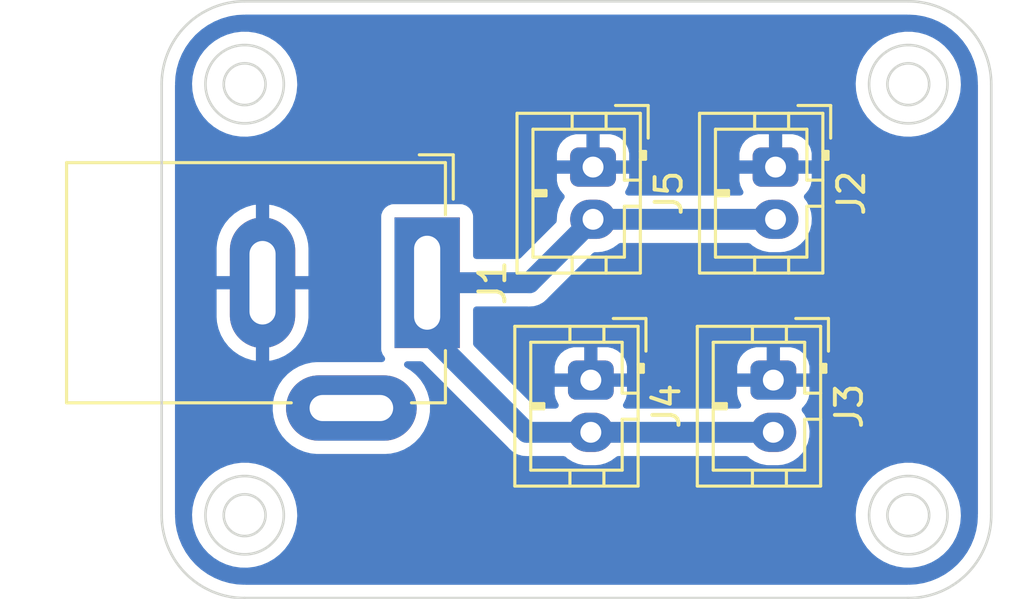
<source format=kicad_pcb>
(kicad_pcb (version 20211014) (generator pcbnew)
  (layers (0 "F.Cu" signal) (31 "B.Cu" signal) (34 "B.Paste" user) (35 "F.Paste" user) (36 "B.SilkS" user "B.Silkscreen") (37 "F.SilkS" user "F.Silkscreen") (38 "B.Mask" user) (39 "F.Mask" user) (44 "Edge.Cuts" user))
  (net 0 "")
  (net 1 "GND")
  (net 2 "Net-(J1-Pad1)")
  (footprint "Connector_JST:JST_PH_B2B-PH-K_1x02_P2.00mm_Vertical" (layer "F.Cu") (at 112.395 63.5 -90)
    (fp_text reference "J2" (at 1 -2.9 90) (layer "F.SilkS"))
    (fp_text value "Conn_01x02")
    (fp_line (start 4.06 2.91) (end 4.06 -1.81) (layer "F.SilkS") (width 0.12))
    (fp_line (start 0.5 -1.2) (end -1.45 -1.2) (layer "F.SilkS") (width 0.12))
    (fp_line (start -0.3 -2.01) (end -0.6 -2.01) (layer "F.SilkS") (width 0.12))
    (fp_line (start -1.45 -1.2) (end -1.45 2.3) (layer "F.SilkS") (width 0.12))
    (fp_line (start 0.9 1.8) (end 1.1 1.8) (layer "F.SilkS") (width 0.12))
    (fp_line (start -2.06 -1.81) (end -2.06 2.91) (layer "F.SilkS") (width 0.12))
    (fp_line (start 3.45 2.3) (end 3.45 -1.2) (layer "F.SilkS") (width 0.12))
    (fp_line (start -0.3 -1.91) (end -0.6 -1.91) (layer "F.SilkS") (width 0.12))
    (fp_line (start -0.6 -2.01) (end -0.6 -1.81) (layer "F.SilkS") (width 0.12))
    (fp_line (start 0.5 -1.81) (end 0.5 -1.2) (layer "F.SilkS") (width 0.12))
    (fp_line (start -2.06 2.91) (end 4.06 2.91) (layer "F.SilkS") (width 0.12))
    (fp_line (start 1.5 -1.2) (end 1.5 -1.81) (layer "F.SilkS") (width 0.12))
    (fp_line (start -1.45 2.3) (end 3.45 2.3) (layer "F.SilkS") (width 0.12))
    (fp_line (start -1.11 -2.11) (end -2.36 -2.11) (layer "F.SilkS") (width 0.12))
    (fp_line (start -2.06 -0.5) (end -1.45 -0.5) (layer "F.SilkS") (width 0.12))
    (fp_line (start 1.1 1.8) (end 1.1 2.3) (layer "F.SilkS") (width 0.12))
    (fp_line (start 4.06 -0.5) (end 3.45 -0.5) (layer "F.SilkS") (width 0.12))
    (fp_line (start 3.45 -1.2) (end 1.5 -1.2) (layer "F.SilkS") (width 0.12))
    (fp_line (start -2.36 -2.11) (end -2.36 -0.86) (layer "F.SilkS") (width 0.12))
    (fp_line (start 0.9 2.3) (end 0.9 1.8) (layer "F.SilkS") (width 0.12))
    (fp_line (start 4.06 -1.81) (end -2.06 -1.81) (layer "F.SilkS") (width 0.12))
    (fp_line (start -0.3 -1.81) (end -0.3 -2.01) (layer "F.SilkS") (width 0.12))
    (fp_line (start 1 2.3) (end 1 1.8) (layer "F.SilkS") (width 0.12))
    (fp_line (start 4.06 0.8) (end 3.45 0.8) (layer "F.SilkS") (width 0.12))
    (fp_line (start -2.06 0.8) (end -1.45 0.8) (layer "F.SilkS") (width 0.12))
    (pad "1" thru_hole roundrect (at 0 0 270) (size 1.5 1.75) (drill 0.8) (layers *.Cu *.Mask) (roundrect_rratio 0.208333) (net 1 "GND"))
    (pad "2" thru_hole oval (at 2 0 270) (size 1.5 1.75) (drill 0.8) (layers *.Cu *.Mask) (net 2 "Net-(J1-Pad1)"))
  )
  (footprint "Connector_BarrelJack:BarrelJack_GCT_DCJ200-10-A_Horizontal" (layer "F.Cu") (at 99.06 67.93 -90)
    (fp_text reference "J1" (at 0 -2.5 90) (layer "F.SilkS"))
    (fp_text value "Barrel_Jack_MountingPin")
    (fp_line (start -3.2 -1) (end -4.9 -1) (layer "F.SilkS") (width 0.12))
    (fp_line (start -4.6 -0.7) (end -2.6 -0.7) (layer "F.SilkS") (width 0.12))
    (fp_line (start -4.9 -1) (end -4.9 0.3) (layer "F.SilkS") (width 0.12))
    (fp_line (start -4.6 13.8) (end -4.6 -0.7) (layer "F.SilkS") (width 0.12))
    (fp_line (start 4.6 -0.7) (end 4.6 0.6) (layer "F.SilkS") (width 0.12))
    (fp_line (start 4.6 13.8) (end -4.6 13.8) (layer "F.SilkS") (width 0.12))
    (fp_line (start 2.6 -0.7) (end 4.6 -0.7) (layer "F.SilkS") (width 0.12))
    (fp_line (start 4.6 5.2) (end 4.6 13.8) (layer "F.SilkS") (width 0.12))
    (pad "1" thru_hole rect (at 0 0 270) (size 5 2.5) (drill oval 3.6 1) (layers *.Cu *.Mask) (net 2 "Net-(J1-Pad1)"))
    (pad "2" thru_hole oval (at 0 6.3 270) (size 5 2.5) (drill oval 3.2 1) (layers *.Cu *.Mask) (net 1 "GND"))
    (pad "3" thru_hole oval (at 4.8 2.9 270) (size 2.5 5) (drill oval 1 3.2) (layers *.Cu *.Mask))
  )
  (footprint "Connector_JST:JST_PH_B2B-PH-K_1x02_P2.00mm_Vertical" (layer "F.Cu") (at 112.31 71.66 -90)
    (fp_text reference "J3" (at 1 -2.9 90) (layer "F.SilkS"))
    (fp_text value "Conn_01x02")
    (fp_line (start -2.06 0.8) (end -1.45 0.8) (layer "F.SilkS") (width 0.12))
    (fp_line (start 4.06 0.8) (end 3.45 0.8) (layer "F.SilkS") (width 0.12))
    (fp_line (start -2.06 -1.81) (end -2.06 2.91) (layer "F.SilkS") (width 0.12))
    (fp_line (start -2.06 -0.5) (end -1.45 -0.5) (layer "F.SilkS") (width 0.12))
    (fp_line (start -2.06 2.91) (end 4.06 2.91) (layer "F.SilkS") (width 0.12))
    (fp_line (start 4.06 -0.5) (end 3.45 -0.5) (layer "F.SilkS") (width 0.12))
    (fp_line (start -0.3 -1.81) (end -0.3 -2.01) (layer "F.SilkS") (width 0.12))
    (fp_line (start 0.5 -1.2) (end -1.45 -1.2) (layer "F.SilkS") (width 0.12))
    (fp_line (start 1.1 1.8) (end 1.1 2.3) (layer "F.SilkS") (width 0.12))
    (fp_line (start 1.5 -1.2) (end 1.5 -1.81) (layer "F.SilkS") (width 0.12))
    (fp_line (start 0.9 1.8) (end 1.1 1.8) (layer "F.SilkS") (width 0.12))
    (fp_line (start -0.3 -2.01) (end -0.6 -2.01) (layer "F.SilkS") (width 0.12))
    (fp_line (start 1 2.3) (end 1 1.8) (layer "F.SilkS") (width 0.12))
    (fp_line (start 4.06 -1.81) (end -2.06 -1.81) (layer "F.SilkS") (width 0.12))
    (fp_line (start 3.45 -1.2) (end 1.5 -1.2) (layer "F.SilkS") (width 0.12))
    (fp_line (start -1.45 2.3) (end 3.45 2.3) (layer "F.SilkS") (width 0.12))
    (fp_line (start -0.3 -1.91) (end -0.6 -1.91) (layer "F.SilkS") (width 0.12))
    (fp_line (start -0.6 -2.01) (end -0.6 -1.81) (layer "F.SilkS") (width 0.12))
    (fp_line (start -2.36 -2.11) (end -2.36 -0.86) (layer "F.SilkS") (width 0.12))
    (fp_line (start 3.45 2.3) (end 3.45 -1.2) (layer "F.SilkS") (width 0.12))
    (fp_line (start 4.06 2.91) (end 4.06 -1.81) (layer "F.SilkS") (width 0.12))
    (fp_line (start -1.45 -1.2) (end -1.45 2.3) (layer "F.SilkS") (width 0.12))
    (fp_line (start -1.11 -2.11) (end -2.36 -2.11) (layer "F.SilkS") (width 0.12))
    (fp_line (start 0.5 -1.81) (end 0.5 -1.2) (layer "F.SilkS") (width 0.12))
    (fp_line (start 0.9 2.3) (end 0.9 1.8) (layer "F.SilkS") (width 0.12))
    (pad "1" thru_hole roundrect (at 0 0 270) (size 1.5 1.75) (drill 0.8) (layers *.Cu *.Mask) (roundrect_rratio 0.208333) (net 1 "GND"))
    (pad "2" thru_hole oval (at 2 0 270) (size 1.5 1.75) (drill 0.8) (layers *.Cu *.Mask) (net 2 "Net-(J1-Pad1)"))
  )
  (footprint "Connector_JST:JST_PH_B2B-PH-K_1x02_P2.00mm_Vertical" (layer "F.Cu") (at 105.325 71.66 -90)
    (fp_text reference "J4" (at 1 -2.9 90) (layer "F.SilkS"))
    (fp_text value "Conn_01x02")
    (fp_line (start -2.06 0.8) (end -1.45 0.8) (layer "F.SilkS") (width 0.12))
    (fp_line (start -1.45 2.3) (end 3.45 2.3) (layer "F.SilkS") (width 0.12))
    (fp_line (start 4.06 -0.5) (end 3.45 -0.5) (layer "F.SilkS") (width 0.12))
    (fp_line (start 0.5 -1.81) (end 0.5 -1.2) (layer "F.SilkS") (width 0.12))
    (fp_line (start -0.6 -2.01) (end -0.6 -1.81) (layer "F.SilkS") (width 0.12))
    (fp_line (start 0.9 1.8) (end 1.1 1.8) (layer "F.SilkS") (width 0.12))
    (fp_line (start -2.36 -2.11) (end -2.36 -0.86) (layer "F.SilkS") (width 0.12))
    (fp_line (start -1.45 -1.2) (end -1.45 2.3) (layer "F.SilkS") (width 0.12))
    (fp_line (start 0.9 2.3) (end 0.9 1.8) (layer "F.SilkS") (width 0.12))
    (fp_line (start 1.5 -1.2) (end 1.5 -1.81) (layer "F.SilkS") (width 0.12))
    (fp_line (start -0.3 -1.91) (end -0.6 -1.91) (layer "F.SilkS") (width 0.12))
    (fp_line (start 0.5 -1.2) (end -1.45 -1.2) (layer "F.SilkS") (width 0.12))
    (fp_line (start -1.11 -2.11) (end -2.36 -2.11) (layer "F.SilkS") (width 0.12))
    (fp_line (start -2.06 -0.5) (end -1.45 -0.5) (layer "F.SilkS") (width 0.12))
    (fp_line (start 4.06 -1.81) (end -2.06 -1.81) (layer "F.SilkS") (width 0.12))
    (fp_line (start -0.3 -2.01) (end -0.6 -2.01) (layer "F.SilkS") (width 0.12))
    (fp_line (start 1 2.3) (end 1 1.8) (layer "F.SilkS") (width 0.12))
    (fp_line (start 4.06 2.91) (end 4.06 -1.81) (layer "F.SilkS") (width 0.12))
    (fp_line (start 3.45 2.3) (end 3.45 -1.2) (layer "F.SilkS") (width 0.12))
    (fp_line (start -2.06 2.91) (end 4.06 2.91) (layer "F.SilkS") (width 0.12))
    (fp_line (start -2.06 -1.81) (end -2.06 2.91) (layer "F.SilkS") (width 0.12))
    (fp_line (start -0.3 -1.81) (end -0.3 -2.01) (layer "F.SilkS") (width 0.12))
    (fp_line (start 4.06 0.8) (end 3.45 0.8) (layer "F.SilkS") (width 0.12))
    (fp_line (start 3.45 -1.2) (end 1.5 -1.2) (layer "F.SilkS") (width 0.12))
    (fp_line (start 1.1 1.8) (end 1.1 2.3) (layer "F.SilkS") (width 0.12))
    (pad "1" thru_hole roundrect (at 0 0 270) (size 1.5 1.75) (drill 0.8) (layers *.Cu *.Mask) (roundrect_rratio 0.208333) (net 1 "GND"))
    (pad "2" thru_hole oval (at 2 0 270) (size 1.5 1.75) (drill 0.8) (layers *.Cu *.Mask) (net 2 "Net-(J1-Pad1)"))
  )
  (footprint "Connector_JST:JST_PH_B2B-PH-K_1x02_P2.00mm_Vertical" (layer "F.Cu") (at 105.41 63.5 -90)
    (fp_text reference "J5" (at 1 -2.9 90) (layer "F.SilkS"))
    (fp_text value "Conn_01x02")
    (fp_line (start 0.5 -1.2) (end -1.45 -1.2) (layer "F.SilkS") (width 0.12))
    (fp_line (start -0.3 -2.01) (end -0.6 -2.01) (layer "F.SilkS") (width 0.12))
    (fp_line (start 4.06 -1.81) (end -2.06 -1.81) (layer "F.SilkS") (width 0.12))
    (fp_line (start 4.06 -0.5) (end 3.45 -0.5) (layer "F.SilkS") (width 0.12))
    (fp_line (start 3.45 -1.2) (end 1.5 -1.2) (layer "F.SilkS") (width 0.12))
    (fp_line (start -0.3 -1.81) (end -0.3 -2.01) (layer "F.SilkS") (width 0.12))
    (fp_line (start -2.06 0.8) (end -1.45 0.8) (layer "F.SilkS") (width 0.12))
    (fp_line (start 3.45 2.3) (end 3.45 -1.2) (layer "F.SilkS") (width 0.12))
    (fp_line (start 0.5 -1.81) (end 0.5 -1.2) (layer "F.SilkS") (width 0.12))
    (fp_line (start 4.06 2.91) (end 4.06 -1.81) (layer "F.SilkS") (width 0.12))
    (fp_line (start -1.45 2.3) (end 3.45 2.3) (layer "F.SilkS") (width 0.12))
    (fp_line (start -2.06 -1.81) (end -2.06 2.91) (layer "F.SilkS") (width 0.12))
    (fp_line (start -1.45 -1.2) (end -1.45 2.3) (layer "F.SilkS") (width 0.12))
    (fp_line (start 0.9 2.3) (end 0.9 1.8) (layer "F.SilkS") (width 0.12))
    (fp_line (start 1.5 -1.2) (end 1.5 -1.81) (layer "F.SilkS") (width 0.12))
    (fp_line (start 1.1 1.8) (end 1.1 2.3) (layer "F.SilkS") (width 0.12))
    (fp_line (start 1 2.3) (end 1 1.8) (layer "F.SilkS") (width 0.12))
    (fp_line (start -2.36 -2.11) (end -2.36 -0.86) (layer "F.SilkS") (width 0.12))
    (fp_line (start 0.9 1.8) (end 1.1 1.8) (layer "F.SilkS") (width 0.12))
    (fp_line (start -1.11 -2.11) (end -2.36 -2.11) (layer "F.SilkS") (width 0.12))
    (fp_line (start -0.3 -1.91) (end -0.6 -1.91) (layer "F.SilkS") (width 0.12))
    (fp_line (start -2.06 -0.5) (end -1.45 -0.5) (layer "F.SilkS") (width 0.12))
    (fp_line (start -0.6 -2.01) (end -0.6 -1.81) (layer "F.SilkS") (width 0.12))
    (fp_line (start 4.06 0.8) (end 3.45 0.8) (layer "F.SilkS") (width 0.12))
    (fp_line (start -2.06 2.91) (end 4.06 2.91) (layer "F.SilkS") (width 0.12))
    (pad "1" thru_hole roundrect (at 0 0 270) (size 1.5 1.75) (drill 0.8) (layers *.Cu *.Mask) (roundrect_rratio 0.208333) (net 1 "GND"))
    (pad "2" thru_hole oval (at 2 0 270) (size 1.5 1.75) (drill 0.8) (layers *.Cu *.Mask) (net 2 "Net-(J1-Pad1)"))
  )
  (gr_circle (center 117.475 60.325) (end 118.275 60.325) (layer "Edge.Cuts") (width 0.1) (fill none))
  (gr_circle (center 117.475 60.325) (end 118.975 60.325) (layer "Edge.Cuts") (width 0.1) (fill none))
  (gr_circle (center 117.475 76.835) (end 118.975 76.835) (layer "Edge.Cuts") (width 0.1) (fill none))
  (gr_circle (center 92.075 76.835) (end 93.575 76.835) (layer "Edge.Cuts") (width 0.1) (fill none))
  (gr_circle (center 92.075 60.325) (end 93.575 60.325) (layer "Edge.Cuts") (width 0.1) (fill none))
  (gr_line (start 120.65 76.835) (end 120.65 60.325) (layer "Edge.Cuts") (width 0.1))
  (gr_circle (center 117.475 76.835) (end 118.275 76.835) (layer "Edge.Cuts") (width 0.1) (fill none))
  (gr_arc (start 117.475 57.15) (mid 119.720064 58.079936) (end 120.65 60.325) (layer "Edge.Cuts") (width 0.1))
  (gr_arc (start 92.075 80.01) (mid 89.829936 79.080064) (end 88.9 76.835) (layer "Edge.Cuts") (width 0.1))
  (gr_line (start 117.475 80.01) (end 92.075 80.01) (layer "Edge.Cuts") (width 0.1))
  (gr_line (start 117.475 57.15) (end 92.075 57.15) (layer "Edge.Cuts") (width 0.1))
  (gr_arc (start 120.65 76.835) (mid 119.720064 79.080064) (end 117.475 80.01) (layer "Edge.Cuts") (width 0.1))
  (gr_arc (start 88.9 60.325) (mid 89.829936 58.079936) (end 92.075 57.15) (layer "Edge.Cuts") (width 0.1))
  (gr_circle (center 92.075 76.835) (end 92.875 76.835) (layer "Edge.Cuts") (width 0.1) (fill none))
  (gr_circle (center 92.075 60.325) (end 92.875 60.325) (layer "Edge.Cuts") (width 0.1) (fill none))
  (gr_line (start 88.9 60.325) (end 88.9 76.835) (layer "Edge.Cuts") (width 0.1))
  (segment (start 99.06 67.93) (end 99.06 69.215) (width 0.25) (layer "F.Cu") (net 2))
  (segment (start 99.06 67.93) (end 99.06 66.675) (width 0.25) (layer "F.Cu") (net 2))
  (segment (start 105.325 73.66) (end 112.31 73.66) (width 0.8) (layer "B.Cu") (net 2))
  (segment (start 102.98 67.93) (end 105.41 65.5) (width 0.8) (layer "B.Cu") (net 2))
  (segment (start 105.41 65.5) (end 112.395 65.5) (width 0.8) (layer "B.Cu") (net 2))
  (segment (start 102.87 73.66) (end 105.325 73.66) (width 0.8) (layer "B.Cu") (net 2))
  (segment (start 99.06 67.93) (end 102.98 67.93) (width 0.8) (layer "B.Cu") (net 2))
  (segment (start 99.06 69.85) (end 102.87 73.66) (width 0.8) (layer "B.Cu") (net 2))
  (segment (start 99.06 67.93) (end 99.06 69.85) (width 0.25) (layer "B.Cu") (net 2))
  (zone (net 1) (net_name "GND") (layer "B.Cu") (connect_pads (clearance 0.508)) (min_thickness 0.254) (fill yes (thermal_gap 0.508) (thermal_bridge_width 0.508))
    (polygon (pts (xy 121.92 80.01) (xy 88.9 80.01) (xy 88.9 57.15) (xy 121.92 57.15)))
  )
)
</source>
